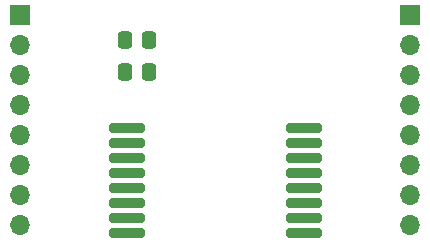
<source format=gbr>
%TF.GenerationSoftware,KiCad,Pcbnew,6.0.4-6f826c9f35~116~ubuntu20.04.1*%
%TF.CreationDate,2022-04-01T00:26:04-05:00*%
%TF.ProjectId,LoRa_ E28-2G4M27S,4c6f5261-5f20-4453-9238-2d3247344d32,rev?*%
%TF.SameCoordinates,Original*%
%TF.FileFunction,Soldermask,Top*%
%TF.FilePolarity,Negative*%
%FSLAX46Y46*%
G04 Gerber Fmt 4.6, Leading zero omitted, Abs format (unit mm)*
G04 Created by KiCad (PCBNEW 6.0.4-6f826c9f35~116~ubuntu20.04.1) date 2022-04-01 00:26:04*
%MOMM*%
%LPD*%
G01*
G04 APERTURE LIST*
G04 Aperture macros list*
%AMRoundRect*
0 Rectangle with rounded corners*
0 $1 Rounding radius*
0 $2 $3 $4 $5 $6 $7 $8 $9 X,Y pos of 4 corners*
0 Add a 4 corners polygon primitive as box body*
4,1,4,$2,$3,$4,$5,$6,$7,$8,$9,$2,$3,0*
0 Add four circle primitives for the rounded corners*
1,1,$1+$1,$2,$3*
1,1,$1+$1,$4,$5*
1,1,$1+$1,$6,$7*
1,1,$1+$1,$8,$9*
0 Add four rect primitives between the rounded corners*
20,1,$1+$1,$2,$3,$4,$5,0*
20,1,$1+$1,$4,$5,$6,$7,0*
20,1,$1+$1,$6,$7,$8,$9,0*
20,1,$1+$1,$8,$9,$2,$3,0*%
G04 Aperture macros list end*
%ADD10RoundRect,0.200000X-1.300000X-0.200000X1.300000X-0.200000X1.300000X0.200000X-1.300000X0.200000X0*%
%ADD11O,1.700000X1.700000*%
%ADD12R,1.700000X1.700000*%
%ADD13RoundRect,0.250000X0.337500X0.475000X-0.337500X0.475000X-0.337500X-0.475000X0.337500X-0.475000X0*%
G04 APERTURE END LIST*
D10*
%TO.C,U1*%
X143433939Y-78410000D03*
X143433939Y-79680000D03*
X143433939Y-80950000D03*
X143433939Y-82220000D03*
X143433939Y-83490000D03*
X143433939Y-84760000D03*
X143415000Y-86017679D03*
X143433939Y-87300000D03*
X128433939Y-87300000D03*
X128415000Y-86017679D03*
X128433939Y-84760000D03*
X128433939Y-83490000D03*
X128433939Y-82220000D03*
X128433939Y-80950000D03*
X128433939Y-79680000D03*
X128433939Y-78410000D03*
%TD*%
D11*
%TO.C,J2*%
X152400000Y-86614000D03*
X152400000Y-84074000D03*
X152400000Y-81534000D03*
X152400000Y-78994000D03*
X152400000Y-76454000D03*
X152400000Y-73914000D03*
X152400000Y-71374000D03*
D12*
X152400000Y-68834000D03*
%TD*%
D11*
%TO.C,J1*%
X119380000Y-86614000D03*
X119380000Y-84074000D03*
X119380000Y-81534000D03*
X119380000Y-78994000D03*
X119380000Y-76454000D03*
X119380000Y-73914000D03*
X119380000Y-71374000D03*
D12*
X119380000Y-68834000D03*
%TD*%
D13*
%TO.C,C2*%
X130300000Y-73600000D03*
X128225000Y-73600000D03*
%TD*%
%TO.C,C1*%
X130300000Y-70900000D03*
X128225000Y-70900000D03*
%TD*%
M02*

</source>
